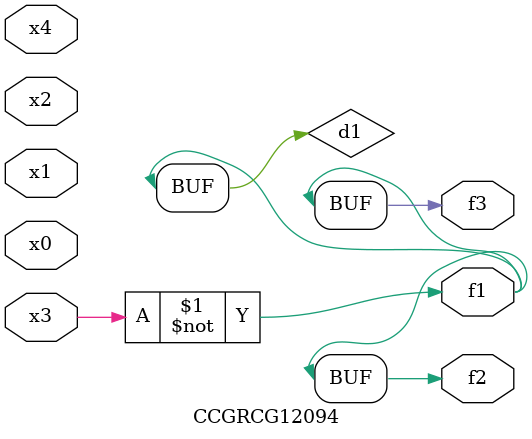
<source format=v>
module CCGRCG12094(
	input x0, x1, x2, x3, x4,
	output f1, f2, f3
);

	wire d1, d2;

	xnor (d1, x3);
	not (d2, x1);
	assign f1 = d1;
	assign f2 = d1;
	assign f3 = d1;
endmodule

</source>
